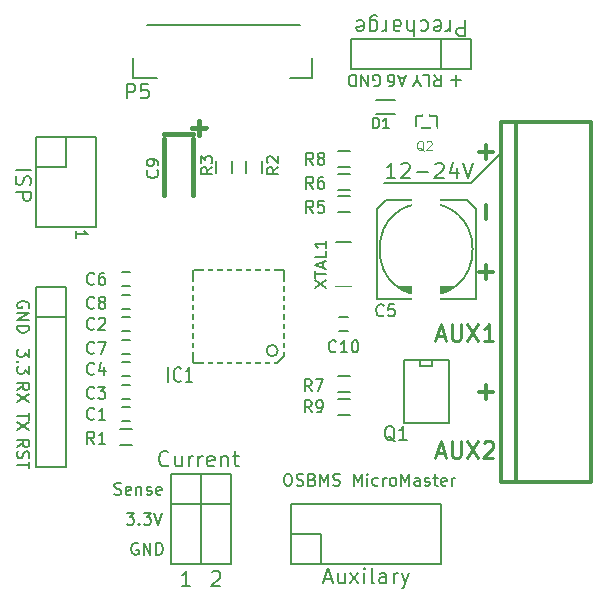
<source format=gbr>
G04 #@! TF.FileFunction,Legend,Top*
%FSLAX46Y46*%
G04 Gerber Fmt 4.6, Leading zero omitted, Abs format (unit mm)*
G04 Created by KiCad (PCBNEW (2014-11-27 BZR 5304)-product) date 12/4/2014 11:40:45 PM*
%MOMM*%
G01*
G04 APERTURE LIST*
%ADD10C,0.100000*%
%ADD11C,0.150000*%
%ADD12C,0.200000*%
%ADD13C,0.280000*%
%ADD14C,0.300000*%
%ADD15C,0.127000*%
%ADD16C,0.381000*%
%ADD17C,0.304800*%
%ADD18C,0.203200*%
%ADD19C,0.152400*%
%ADD20C,0.140000*%
%ADD21C,0.099060*%
%ADD22R,0.800000X0.750000*%
%ADD23R,2.400300X3.500120*%
%ADD24R,1.501140X1.950720*%
%ADD25R,2.032000X1.727200*%
%ADD26O,2.032000X1.727200*%
%ADD27R,1.727200X1.727200*%
%ADD28O,1.727200X1.727200*%
%ADD29R,1.727200X2.032000*%
%ADD30O,1.727200X2.032000*%
%ADD31R,1.399540X0.599440*%
%ADD32R,0.500000X0.900000*%
%ADD33R,0.900000X0.500000*%
%ADD34C,3.810000*%
%ADD35R,3.810000X3.810000*%
%ADD36R,0.600000X0.700000*%
%ADD37O,1.905000X0.450000*%
%ADD38R,1.998980X0.449580*%
%ADD39R,0.449580X1.998980*%
%ADD40R,0.700000X1.700000*%
%ADD41R,1.000000X2.600000*%
%ADD42R,0.599440X1.000760*%
G04 APERTURE END LIST*
D10*
D11*
X49181618Y-167600381D02*
X49372095Y-167600381D01*
X49467333Y-167648000D01*
X49562571Y-167743238D01*
X49610190Y-167933714D01*
X49610190Y-168267048D01*
X49562571Y-168457524D01*
X49467333Y-168552762D01*
X49372095Y-168600381D01*
X49181618Y-168600381D01*
X49086380Y-168552762D01*
X48991142Y-168457524D01*
X48943523Y-168267048D01*
X48943523Y-167933714D01*
X48991142Y-167743238D01*
X49086380Y-167648000D01*
X49181618Y-167600381D01*
X49991142Y-168552762D02*
X50133999Y-168600381D01*
X50372095Y-168600381D01*
X50467333Y-168552762D01*
X50514952Y-168505143D01*
X50562571Y-168409905D01*
X50562571Y-168314667D01*
X50514952Y-168219429D01*
X50467333Y-168171810D01*
X50372095Y-168124190D01*
X50181618Y-168076571D01*
X50086380Y-168028952D01*
X50038761Y-167981333D01*
X49991142Y-167886095D01*
X49991142Y-167790857D01*
X50038761Y-167695619D01*
X50086380Y-167648000D01*
X50181618Y-167600381D01*
X50419714Y-167600381D01*
X50562571Y-167648000D01*
X51324476Y-168076571D02*
X51467333Y-168124190D01*
X51514952Y-168171810D01*
X51562571Y-168267048D01*
X51562571Y-168409905D01*
X51514952Y-168505143D01*
X51467333Y-168552762D01*
X51372095Y-168600381D01*
X50991142Y-168600381D01*
X50991142Y-167600381D01*
X51324476Y-167600381D01*
X51419714Y-167648000D01*
X51467333Y-167695619D01*
X51514952Y-167790857D01*
X51514952Y-167886095D01*
X51467333Y-167981333D01*
X51419714Y-168028952D01*
X51324476Y-168076571D01*
X50991142Y-168076571D01*
X51991142Y-168600381D02*
X51991142Y-167600381D01*
X52324476Y-168314667D01*
X52657809Y-167600381D01*
X52657809Y-168600381D01*
X53086380Y-168552762D02*
X53229237Y-168600381D01*
X53467333Y-168600381D01*
X53562571Y-168552762D01*
X53610190Y-168505143D01*
X53657809Y-168409905D01*
X53657809Y-168314667D01*
X53610190Y-168219429D01*
X53562571Y-168171810D01*
X53467333Y-168124190D01*
X53276856Y-168076571D01*
X53181618Y-168028952D01*
X53133999Y-167981333D01*
X53086380Y-167886095D01*
X53086380Y-167790857D01*
X53133999Y-167695619D01*
X53181618Y-167648000D01*
X53276856Y-167600381D01*
X53514952Y-167600381D01*
X53657809Y-167648000D01*
X54848285Y-168600381D02*
X54848285Y-167600381D01*
X55181619Y-168314667D01*
X55514952Y-167600381D01*
X55514952Y-168600381D01*
X55991142Y-168600381D02*
X55991142Y-167933714D01*
X55991142Y-167600381D02*
X55943523Y-167648000D01*
X55991142Y-167695619D01*
X56038761Y-167648000D01*
X55991142Y-167600381D01*
X55991142Y-167695619D01*
X56895904Y-168552762D02*
X56800666Y-168600381D01*
X56610189Y-168600381D01*
X56514951Y-168552762D01*
X56467332Y-168505143D01*
X56419713Y-168409905D01*
X56419713Y-168124190D01*
X56467332Y-168028952D01*
X56514951Y-167981333D01*
X56610189Y-167933714D01*
X56800666Y-167933714D01*
X56895904Y-167981333D01*
X57324475Y-168600381D02*
X57324475Y-167933714D01*
X57324475Y-168124190D02*
X57372094Y-168028952D01*
X57419713Y-167981333D01*
X57514951Y-167933714D01*
X57610190Y-167933714D01*
X58086380Y-168600381D02*
X57991142Y-168552762D01*
X57943523Y-168505143D01*
X57895904Y-168409905D01*
X57895904Y-168124190D01*
X57943523Y-168028952D01*
X57991142Y-167981333D01*
X58086380Y-167933714D01*
X58229238Y-167933714D01*
X58324476Y-167981333D01*
X58372095Y-168028952D01*
X58419714Y-168124190D01*
X58419714Y-168409905D01*
X58372095Y-168505143D01*
X58324476Y-168552762D01*
X58229238Y-168600381D01*
X58086380Y-168600381D01*
X58848285Y-168600381D02*
X58848285Y-167600381D01*
X59181619Y-168314667D01*
X59514952Y-167600381D01*
X59514952Y-168600381D01*
X60419714Y-168600381D02*
X60419714Y-168076571D01*
X60372095Y-167981333D01*
X60276857Y-167933714D01*
X60086380Y-167933714D01*
X59991142Y-167981333D01*
X60419714Y-168552762D02*
X60324476Y-168600381D01*
X60086380Y-168600381D01*
X59991142Y-168552762D01*
X59943523Y-168457524D01*
X59943523Y-168362286D01*
X59991142Y-168267048D01*
X60086380Y-168219429D01*
X60324476Y-168219429D01*
X60419714Y-168171810D01*
X60848285Y-168552762D02*
X60943523Y-168600381D01*
X61133999Y-168600381D01*
X61229238Y-168552762D01*
X61276857Y-168457524D01*
X61276857Y-168409905D01*
X61229238Y-168314667D01*
X61133999Y-168267048D01*
X60991142Y-168267048D01*
X60895904Y-168219429D01*
X60848285Y-168124190D01*
X60848285Y-168076571D01*
X60895904Y-167981333D01*
X60991142Y-167933714D01*
X61133999Y-167933714D01*
X61229238Y-167981333D01*
X61562571Y-167933714D02*
X61943523Y-167933714D01*
X61705428Y-167600381D02*
X61705428Y-168457524D01*
X61753047Y-168552762D01*
X61848285Y-168600381D01*
X61943523Y-168600381D01*
X62657810Y-168552762D02*
X62562572Y-168600381D01*
X62372095Y-168600381D01*
X62276857Y-168552762D01*
X62229238Y-168457524D01*
X62229238Y-168076571D01*
X62276857Y-167981333D01*
X62372095Y-167933714D01*
X62562572Y-167933714D01*
X62657810Y-167981333D01*
X62705429Y-168076571D01*
X62705429Y-168171810D01*
X62229238Y-168267048D01*
X63134000Y-168600381D02*
X63134000Y-167933714D01*
X63134000Y-168124190D02*
X63181619Y-168028952D01*
X63229238Y-167981333D01*
X63324476Y-167933714D01*
X63419715Y-167933714D01*
D12*
X31297619Y-147605715D02*
X31297619Y-147034286D01*
X31297619Y-147320000D02*
X32297619Y-147320000D01*
X32154762Y-147224762D01*
X32059524Y-147129524D01*
X32011905Y-147034286D01*
D11*
X64770000Y-143002000D02*
X57404000Y-143002000D01*
X67310000Y-140462000D02*
X64770000Y-143002000D01*
D12*
X58366381Y-142574095D02*
X57623524Y-142574095D01*
X57994953Y-142574095D02*
X57994953Y-141274095D01*
X57871143Y-141459810D01*
X57747334Y-141583619D01*
X57623524Y-141645524D01*
X58861619Y-141397905D02*
X58923524Y-141336000D01*
X59047333Y-141274095D01*
X59356857Y-141274095D01*
X59480667Y-141336000D01*
X59542571Y-141397905D01*
X59604476Y-141521714D01*
X59604476Y-141645524D01*
X59542571Y-141831238D01*
X58799714Y-142574095D01*
X59604476Y-142574095D01*
X60161619Y-142078857D02*
X61152095Y-142078857D01*
X61709238Y-141397905D02*
X61771143Y-141336000D01*
X61894952Y-141274095D01*
X62204476Y-141274095D01*
X62328286Y-141336000D01*
X62390190Y-141397905D01*
X62452095Y-141521714D01*
X62452095Y-141645524D01*
X62390190Y-141831238D01*
X61647333Y-142574095D01*
X62452095Y-142574095D01*
X63566381Y-141707429D02*
X63566381Y-142574095D01*
X63256857Y-141212190D02*
X62947333Y-142140762D01*
X63752095Y-142140762D01*
X64061619Y-141274095D02*
X64494952Y-142574095D01*
X64928285Y-141274095D01*
D13*
X61862001Y-155935333D02*
X62528667Y-155935333D01*
X61728667Y-156335333D02*
X62195334Y-154935333D01*
X62662001Y-156335333D01*
X63128667Y-154935333D02*
X63128667Y-156068667D01*
X63195334Y-156202000D01*
X63262001Y-156268667D01*
X63395334Y-156335333D01*
X63662001Y-156335333D01*
X63795334Y-156268667D01*
X63862001Y-156202000D01*
X63928667Y-156068667D01*
X63928667Y-154935333D01*
X64462001Y-154935333D02*
X65395334Y-156335333D01*
X65395334Y-154935333D02*
X64462001Y-156335333D01*
X66662001Y-156335333D02*
X65862001Y-156335333D01*
X66262001Y-156335333D02*
X66262001Y-154935333D01*
X66128667Y-155135333D01*
X65995334Y-155268667D01*
X65862001Y-155335333D01*
X61862001Y-165841333D02*
X62528667Y-165841333D01*
X61728667Y-166241333D02*
X62195334Y-164841333D01*
X62662001Y-166241333D01*
X63128667Y-164841333D02*
X63128667Y-165974667D01*
X63195334Y-166108000D01*
X63262001Y-166174667D01*
X63395334Y-166241333D01*
X63662001Y-166241333D01*
X63795334Y-166174667D01*
X63862001Y-166108000D01*
X63928667Y-165974667D01*
X63928667Y-164841333D01*
X64462001Y-164841333D02*
X65395334Y-166241333D01*
X65395334Y-164841333D02*
X64462001Y-166241333D01*
X65862001Y-164974667D02*
X65928667Y-164908000D01*
X66062001Y-164841333D01*
X66395334Y-164841333D01*
X66528667Y-164908000D01*
X66595334Y-164974667D01*
X66662001Y-165108000D01*
X66662001Y-165241333D01*
X66595334Y-165441333D01*
X65795334Y-166241333D01*
X66662001Y-166241333D01*
D14*
X66027190Y-146024524D02*
X66027190Y-144805476D01*
X65430476Y-160642286D02*
X66649524Y-160642286D01*
X66040000Y-161251810D02*
X66040000Y-160032762D01*
X65430476Y-150482286D02*
X66649524Y-150482286D01*
X66040000Y-151091810D02*
X66040000Y-149872762D01*
X65430476Y-140322286D02*
X66649524Y-140322286D01*
X66040000Y-140931810D02*
X66040000Y-139712762D01*
D12*
X63957143Y-134280286D02*
X63042857Y-134280286D01*
X63500000Y-133823143D02*
X63500000Y-134737429D01*
D11*
X61610809Y-133786619D02*
X61944143Y-134262810D01*
X62182238Y-133786619D02*
X62182238Y-134786619D01*
X61801285Y-134786619D01*
X61706047Y-134739000D01*
X61658428Y-134691381D01*
X61610809Y-134596143D01*
X61610809Y-134453286D01*
X61658428Y-134358048D01*
X61706047Y-134310429D01*
X61801285Y-134262810D01*
X62182238Y-134262810D01*
X60706047Y-133786619D02*
X61182238Y-133786619D01*
X61182238Y-134786619D01*
X60182238Y-134262810D02*
X60182238Y-133786619D01*
X60515571Y-134786619D02*
X60182238Y-134262810D01*
X59848904Y-134786619D01*
X59134286Y-134072333D02*
X58658095Y-134072333D01*
X59229524Y-133786619D02*
X58896191Y-134786619D01*
X58562857Y-133786619D01*
X57800952Y-134786619D02*
X57991429Y-134786619D01*
X58086667Y-134739000D01*
X58134286Y-134691381D01*
X58229524Y-134548524D01*
X58277143Y-134358048D01*
X58277143Y-133977095D01*
X58229524Y-133881857D01*
X58181905Y-133834238D01*
X58086667Y-133786619D01*
X57896190Y-133786619D01*
X57800952Y-133834238D01*
X57753333Y-133881857D01*
X57705714Y-133977095D01*
X57705714Y-134215190D01*
X57753333Y-134310429D01*
X57800952Y-134358048D01*
X57896190Y-134405667D01*
X58086667Y-134405667D01*
X58181905Y-134358048D01*
X58229524Y-134310429D01*
X58277143Y-134215190D01*
X56514904Y-134739000D02*
X56610142Y-134786619D01*
X56752999Y-134786619D01*
X56895857Y-134739000D01*
X56991095Y-134643762D01*
X57038714Y-134548524D01*
X57086333Y-134358048D01*
X57086333Y-134215190D01*
X57038714Y-134024714D01*
X56991095Y-133929476D01*
X56895857Y-133834238D01*
X56752999Y-133786619D01*
X56657761Y-133786619D01*
X56514904Y-133834238D01*
X56467285Y-133881857D01*
X56467285Y-134215190D01*
X56657761Y-134215190D01*
X56038714Y-133786619D02*
X56038714Y-134786619D01*
X55467285Y-133786619D01*
X55467285Y-134786619D01*
X54991095Y-133786619D02*
X54991095Y-134786619D01*
X54753000Y-134786619D01*
X54610142Y-134739000D01*
X54514904Y-134643762D01*
X54467285Y-134548524D01*
X54419666Y-134358048D01*
X54419666Y-134215190D01*
X54467285Y-134024714D01*
X54514904Y-133929476D01*
X54610142Y-133834238D01*
X54753000Y-133786619D01*
X54991095Y-133786619D01*
D12*
X26208905Y-141859953D02*
X27508905Y-141859953D01*
X26270810Y-142417096D02*
X26208905Y-142602810D01*
X26208905Y-142912334D01*
X26270810Y-143036144D01*
X26332714Y-143098048D01*
X26456524Y-143159953D01*
X26580333Y-143159953D01*
X26704143Y-143098048D01*
X26766048Y-143036144D01*
X26827952Y-142912334D01*
X26889857Y-142664715D01*
X26951762Y-142540906D01*
X27013667Y-142479001D01*
X27137476Y-142417096D01*
X27261286Y-142417096D01*
X27385095Y-142479001D01*
X27447000Y-142540906D01*
X27508905Y-142664715D01*
X27508905Y-142974239D01*
X27447000Y-143159953D01*
X26208905Y-143717096D02*
X27508905Y-143717096D01*
X27508905Y-144212334D01*
X27447000Y-144336143D01*
X27385095Y-144398048D01*
X27261286Y-144459953D01*
X27075571Y-144459953D01*
X26951762Y-144398048D01*
X26889857Y-144336143D01*
X26827952Y-144212334D01*
X26827952Y-143717096D01*
D11*
X26344619Y-165314381D02*
X26820810Y-164981047D01*
X26344619Y-164742952D02*
X27344619Y-164742952D01*
X27344619Y-165123905D01*
X27297000Y-165219143D01*
X27249381Y-165266762D01*
X27154143Y-165314381D01*
X27011286Y-165314381D01*
X26916048Y-165266762D01*
X26868429Y-165219143D01*
X26820810Y-165123905D01*
X26820810Y-164742952D01*
X26392238Y-165695333D02*
X26344619Y-165838190D01*
X26344619Y-166076286D01*
X26392238Y-166171524D01*
X26439857Y-166219143D01*
X26535095Y-166266762D01*
X26630333Y-166266762D01*
X26725571Y-166219143D01*
X26773190Y-166171524D01*
X26820810Y-166076286D01*
X26868429Y-165885809D01*
X26916048Y-165790571D01*
X26963667Y-165742952D01*
X27058905Y-165695333D01*
X27154143Y-165695333D01*
X27249381Y-165742952D01*
X27297000Y-165790571D01*
X27344619Y-165885809D01*
X27344619Y-166123905D01*
X27297000Y-166266762D01*
X27344619Y-166552476D02*
X27344619Y-167123905D01*
X26344619Y-166838190D02*
X27344619Y-166838190D01*
X27297000Y-153543096D02*
X27344619Y-153447858D01*
X27344619Y-153305001D01*
X27297000Y-153162143D01*
X27201762Y-153066905D01*
X27106524Y-153019286D01*
X26916048Y-152971667D01*
X26773190Y-152971667D01*
X26582714Y-153019286D01*
X26487476Y-153066905D01*
X26392238Y-153162143D01*
X26344619Y-153305001D01*
X26344619Y-153400239D01*
X26392238Y-153543096D01*
X26439857Y-153590715D01*
X26773190Y-153590715D01*
X26773190Y-153400239D01*
X26344619Y-154019286D02*
X27344619Y-154019286D01*
X26344619Y-154590715D01*
X27344619Y-154590715D01*
X26344619Y-155066905D02*
X27344619Y-155066905D01*
X27344619Y-155305000D01*
X27297000Y-155447858D01*
X27201762Y-155543096D01*
X27106524Y-155590715D01*
X26916048Y-155638334D01*
X26773190Y-155638334D01*
X26582714Y-155590715D01*
X26487476Y-155543096D01*
X26392238Y-155447858D01*
X26344619Y-155305000D01*
X26344619Y-155066905D01*
X27344619Y-157067381D02*
X27344619Y-157686429D01*
X26963667Y-157353095D01*
X26963667Y-157495953D01*
X26916048Y-157591191D01*
X26868429Y-157638810D01*
X26773190Y-157686429D01*
X26535095Y-157686429D01*
X26439857Y-157638810D01*
X26392238Y-157591191D01*
X26344619Y-157495953D01*
X26344619Y-157210238D01*
X26392238Y-157115000D01*
X26439857Y-157067381D01*
X26439857Y-158115000D02*
X26392238Y-158162619D01*
X26344619Y-158115000D01*
X26392238Y-158067381D01*
X26439857Y-158115000D01*
X26344619Y-158115000D01*
X27344619Y-158495952D02*
X27344619Y-159115000D01*
X26963667Y-158781666D01*
X26963667Y-158924524D01*
X26916048Y-159019762D01*
X26868429Y-159067381D01*
X26773190Y-159115000D01*
X26535095Y-159115000D01*
X26439857Y-159067381D01*
X26392238Y-159019762D01*
X26344619Y-158924524D01*
X26344619Y-158638809D01*
X26392238Y-158543571D01*
X26439857Y-158495952D01*
X26344619Y-160488334D02*
X26820810Y-160155000D01*
X26344619Y-159916905D02*
X27344619Y-159916905D01*
X27344619Y-160297858D01*
X27297000Y-160393096D01*
X27249381Y-160440715D01*
X27154143Y-160488334D01*
X27011286Y-160488334D01*
X26916048Y-160440715D01*
X26868429Y-160393096D01*
X26820810Y-160297858D01*
X26820810Y-159916905D01*
X27344619Y-160821667D02*
X26344619Y-161488334D01*
X27344619Y-161488334D02*
X26344619Y-160821667D01*
X27344619Y-162433095D02*
X27344619Y-163004524D01*
X26344619Y-162718809D02*
X27344619Y-162718809D01*
X27344619Y-163242619D02*
X26344619Y-163909286D01*
X27344619Y-163909286D02*
X26344619Y-163242619D01*
X34576000Y-169314762D02*
X34718857Y-169362381D01*
X34956953Y-169362381D01*
X35052191Y-169314762D01*
X35099810Y-169267143D01*
X35147429Y-169171905D01*
X35147429Y-169076667D01*
X35099810Y-168981429D01*
X35052191Y-168933810D01*
X34956953Y-168886190D01*
X34766476Y-168838571D01*
X34671238Y-168790952D01*
X34623619Y-168743333D01*
X34576000Y-168648095D01*
X34576000Y-168552857D01*
X34623619Y-168457619D01*
X34671238Y-168410000D01*
X34766476Y-168362381D01*
X35004572Y-168362381D01*
X35147429Y-168410000D01*
X35956953Y-169314762D02*
X35861715Y-169362381D01*
X35671238Y-169362381D01*
X35576000Y-169314762D01*
X35528381Y-169219524D01*
X35528381Y-168838571D01*
X35576000Y-168743333D01*
X35671238Y-168695714D01*
X35861715Y-168695714D01*
X35956953Y-168743333D01*
X36004572Y-168838571D01*
X36004572Y-168933810D01*
X35528381Y-169029048D01*
X36433143Y-168695714D02*
X36433143Y-169362381D01*
X36433143Y-168790952D02*
X36480762Y-168743333D01*
X36576000Y-168695714D01*
X36718858Y-168695714D01*
X36814096Y-168743333D01*
X36861715Y-168838571D01*
X36861715Y-169362381D01*
X37290286Y-169314762D02*
X37385524Y-169362381D01*
X37576000Y-169362381D01*
X37671239Y-169314762D01*
X37718858Y-169219524D01*
X37718858Y-169171905D01*
X37671239Y-169076667D01*
X37576000Y-169029048D01*
X37433143Y-169029048D01*
X37337905Y-168981429D01*
X37290286Y-168886190D01*
X37290286Y-168838571D01*
X37337905Y-168743333D01*
X37433143Y-168695714D01*
X37576000Y-168695714D01*
X37671239Y-168743333D01*
X38528382Y-169314762D02*
X38433144Y-169362381D01*
X38242667Y-169362381D01*
X38147429Y-169314762D01*
X38099810Y-169219524D01*
X38099810Y-168838571D01*
X38147429Y-168743333D01*
X38242667Y-168695714D01*
X38433144Y-168695714D01*
X38528382Y-168743333D01*
X38576001Y-168838571D01*
X38576001Y-168933810D01*
X38099810Y-169029048D01*
X35607810Y-170902381D02*
X36226858Y-170902381D01*
X35893524Y-171283333D01*
X36036382Y-171283333D01*
X36131620Y-171330952D01*
X36179239Y-171378571D01*
X36226858Y-171473810D01*
X36226858Y-171711905D01*
X36179239Y-171807143D01*
X36131620Y-171854762D01*
X36036382Y-171902381D01*
X35750667Y-171902381D01*
X35655429Y-171854762D01*
X35607810Y-171807143D01*
X36655429Y-171807143D02*
X36703048Y-171854762D01*
X36655429Y-171902381D01*
X36607810Y-171854762D01*
X36655429Y-171807143D01*
X36655429Y-171902381D01*
X37036381Y-170902381D02*
X37655429Y-170902381D01*
X37322095Y-171283333D01*
X37464953Y-171283333D01*
X37560191Y-171330952D01*
X37607810Y-171378571D01*
X37655429Y-171473810D01*
X37655429Y-171711905D01*
X37607810Y-171807143D01*
X37560191Y-171854762D01*
X37464953Y-171902381D01*
X37179238Y-171902381D01*
X37084000Y-171854762D01*
X37036381Y-171807143D01*
X37941143Y-170902381D02*
X38274476Y-171902381D01*
X38607810Y-170902381D01*
X36576096Y-173490000D02*
X36480858Y-173442381D01*
X36338001Y-173442381D01*
X36195143Y-173490000D01*
X36099905Y-173585238D01*
X36052286Y-173680476D01*
X36004667Y-173870952D01*
X36004667Y-174013810D01*
X36052286Y-174204286D01*
X36099905Y-174299524D01*
X36195143Y-174394762D01*
X36338001Y-174442381D01*
X36433239Y-174442381D01*
X36576096Y-174394762D01*
X36623715Y-174347143D01*
X36623715Y-174013810D01*
X36433239Y-174013810D01*
X37052286Y-174442381D02*
X37052286Y-173442381D01*
X37623715Y-174442381D01*
X37623715Y-173442381D01*
X38099905Y-174442381D02*
X38099905Y-173442381D01*
X38338000Y-173442381D01*
X38480858Y-173490000D01*
X38576096Y-173585238D01*
X38623715Y-173680476D01*
X38671334Y-173870952D01*
X38671334Y-174013810D01*
X38623715Y-174204286D01*
X38576096Y-174299524D01*
X38480858Y-174394762D01*
X38338000Y-174442381D01*
X38099905Y-174442381D01*
D12*
X42808572Y-175941905D02*
X42870477Y-175880000D01*
X42994286Y-175818095D01*
X43303810Y-175818095D01*
X43427620Y-175880000D01*
X43489524Y-175941905D01*
X43551429Y-176065714D01*
X43551429Y-176189524D01*
X43489524Y-176375238D01*
X42746667Y-177118095D01*
X43551429Y-177118095D01*
X41011429Y-177118095D02*
X40268572Y-177118095D01*
X40640001Y-177118095D02*
X40640001Y-175818095D01*
X40516191Y-176003810D01*
X40392382Y-176127619D01*
X40268572Y-176189524D01*
X39148858Y-166834286D02*
X39086953Y-166896190D01*
X38901239Y-166958095D01*
X38777429Y-166958095D01*
X38591715Y-166896190D01*
X38467906Y-166772381D01*
X38406001Y-166648571D01*
X38344096Y-166400952D01*
X38344096Y-166215238D01*
X38406001Y-165967619D01*
X38467906Y-165843810D01*
X38591715Y-165720000D01*
X38777429Y-165658095D01*
X38901239Y-165658095D01*
X39086953Y-165720000D01*
X39148858Y-165781905D01*
X40263144Y-166091429D02*
X40263144Y-166958095D01*
X39706001Y-166091429D02*
X39706001Y-166772381D01*
X39767906Y-166896190D01*
X39891715Y-166958095D01*
X40077429Y-166958095D01*
X40201239Y-166896190D01*
X40263144Y-166834286D01*
X40882191Y-166958095D02*
X40882191Y-166091429D01*
X40882191Y-166339048D02*
X40944096Y-166215238D01*
X41006000Y-166153333D01*
X41129810Y-166091429D01*
X41253619Y-166091429D01*
X41686953Y-166958095D02*
X41686953Y-166091429D01*
X41686953Y-166339048D02*
X41748858Y-166215238D01*
X41810762Y-166153333D01*
X41934572Y-166091429D01*
X42058381Y-166091429D01*
X42986953Y-166896190D02*
X42863143Y-166958095D01*
X42615524Y-166958095D01*
X42491715Y-166896190D01*
X42429810Y-166772381D01*
X42429810Y-166277143D01*
X42491715Y-166153333D01*
X42615524Y-166091429D01*
X42863143Y-166091429D01*
X42986953Y-166153333D01*
X43048858Y-166277143D01*
X43048858Y-166400952D01*
X42429810Y-166524762D01*
X43606001Y-166091429D02*
X43606001Y-166958095D01*
X43606001Y-166215238D02*
X43667906Y-166153333D01*
X43791715Y-166091429D01*
X43977429Y-166091429D01*
X44101239Y-166153333D01*
X44163144Y-166277143D01*
X44163144Y-166958095D01*
X44596477Y-166091429D02*
X45091715Y-166091429D01*
X44782191Y-165658095D02*
X44782191Y-166772381D01*
X44844096Y-166896190D01*
X44967905Y-166958095D01*
X45091715Y-166958095D01*
X52320477Y-176492667D02*
X52939525Y-176492667D01*
X52196668Y-176864095D02*
X52630001Y-175564095D01*
X53063334Y-176864095D01*
X54053811Y-175997429D02*
X54053811Y-176864095D01*
X53496668Y-175997429D02*
X53496668Y-176678381D01*
X53558573Y-176802190D01*
X53682382Y-176864095D01*
X53868096Y-176864095D01*
X53991906Y-176802190D01*
X54053811Y-176740286D01*
X54549048Y-176864095D02*
X55230001Y-175997429D01*
X54549048Y-175997429D02*
X55230001Y-176864095D01*
X55725239Y-176864095D02*
X55725239Y-175997429D01*
X55725239Y-175564095D02*
X55663334Y-175626000D01*
X55725239Y-175687905D01*
X55787144Y-175626000D01*
X55725239Y-175564095D01*
X55725239Y-175687905D01*
X56530001Y-176864095D02*
X56406192Y-176802190D01*
X56344287Y-176678381D01*
X56344287Y-175564095D01*
X57582382Y-176864095D02*
X57582382Y-176183143D01*
X57520477Y-176059333D01*
X57396667Y-175997429D01*
X57149048Y-175997429D01*
X57025239Y-176059333D01*
X57582382Y-176802190D02*
X57458572Y-176864095D01*
X57149048Y-176864095D01*
X57025239Y-176802190D01*
X56963334Y-176678381D01*
X56963334Y-176554571D01*
X57025239Y-176430762D01*
X57149048Y-176368857D01*
X57458572Y-176368857D01*
X57582382Y-176306952D01*
X58201429Y-176864095D02*
X58201429Y-175997429D01*
X58201429Y-176245048D02*
X58263334Y-176121238D01*
X58325238Y-176059333D01*
X58449048Y-175997429D01*
X58572857Y-175997429D01*
X58882381Y-175997429D02*
X59191905Y-176864095D01*
X59501429Y-175997429D02*
X59191905Y-176864095D01*
X59068096Y-177173619D01*
X59006191Y-177235524D01*
X58882381Y-177297429D01*
X64270952Y-129205905D02*
X64270952Y-130505905D01*
X63775714Y-130505905D01*
X63651905Y-130444000D01*
X63590000Y-130382095D01*
X63528095Y-130258286D01*
X63528095Y-130072571D01*
X63590000Y-129948762D01*
X63651905Y-129886857D01*
X63775714Y-129824952D01*
X64270952Y-129824952D01*
X62970952Y-129205905D02*
X62970952Y-130072571D01*
X62970952Y-129824952D02*
X62909047Y-129948762D01*
X62847143Y-130010667D01*
X62723333Y-130072571D01*
X62599524Y-130072571D01*
X61670952Y-129267810D02*
X61794762Y-129205905D01*
X62042381Y-129205905D01*
X62166190Y-129267810D01*
X62228095Y-129391619D01*
X62228095Y-129886857D01*
X62166190Y-130010667D01*
X62042381Y-130072571D01*
X61794762Y-130072571D01*
X61670952Y-130010667D01*
X61609047Y-129886857D01*
X61609047Y-129763048D01*
X62228095Y-129639238D01*
X60494761Y-129267810D02*
X60618571Y-129205905D01*
X60866190Y-129205905D01*
X60989999Y-129267810D01*
X61051904Y-129329714D01*
X61113809Y-129453524D01*
X61113809Y-129824952D01*
X61051904Y-129948762D01*
X60989999Y-130010667D01*
X60866190Y-130072571D01*
X60618571Y-130072571D01*
X60494761Y-130010667D01*
X59937618Y-129205905D02*
X59937618Y-130505905D01*
X59380475Y-129205905D02*
X59380475Y-129886857D01*
X59442380Y-130010667D01*
X59566190Y-130072571D01*
X59751904Y-130072571D01*
X59875713Y-130010667D01*
X59937618Y-129948762D01*
X58204285Y-129205905D02*
X58204285Y-129886857D01*
X58266190Y-130010667D01*
X58390000Y-130072571D01*
X58637619Y-130072571D01*
X58761428Y-130010667D01*
X58204285Y-129267810D02*
X58328095Y-129205905D01*
X58637619Y-129205905D01*
X58761428Y-129267810D01*
X58823333Y-129391619D01*
X58823333Y-129515429D01*
X58761428Y-129639238D01*
X58637619Y-129701143D01*
X58328095Y-129701143D01*
X58204285Y-129763048D01*
X57585238Y-129205905D02*
X57585238Y-130072571D01*
X57585238Y-129824952D02*
X57523333Y-129948762D01*
X57461429Y-130010667D01*
X57337619Y-130072571D01*
X57213810Y-130072571D01*
X56223333Y-130072571D02*
X56223333Y-129020190D01*
X56285238Y-128896381D01*
X56347143Y-128834476D01*
X56470952Y-128772571D01*
X56656667Y-128772571D01*
X56780476Y-128834476D01*
X56223333Y-129267810D02*
X56347143Y-129205905D01*
X56594762Y-129205905D01*
X56718571Y-129267810D01*
X56780476Y-129329714D01*
X56842381Y-129453524D01*
X56842381Y-129824952D01*
X56780476Y-129948762D01*
X56718571Y-130010667D01*
X56594762Y-130072571D01*
X56347143Y-130072571D01*
X56223333Y-130010667D01*
X55109048Y-129267810D02*
X55232858Y-129205905D01*
X55480477Y-129205905D01*
X55604286Y-129267810D01*
X55666191Y-129391619D01*
X55666191Y-129886857D01*
X55604286Y-130010667D01*
X55480477Y-130072571D01*
X55232858Y-130072571D01*
X55109048Y-130010667D01*
X55047143Y-129886857D01*
X55047143Y-129763048D01*
X55666191Y-129639238D01*
D11*
X35210000Y-161960000D02*
X35910000Y-161960000D01*
X35910000Y-163160000D02*
X35210000Y-163160000D01*
X35210000Y-154340000D02*
X35910000Y-154340000D01*
X35910000Y-155540000D02*
X35210000Y-155540000D01*
X35210000Y-160055000D02*
X35910000Y-160055000D01*
X35910000Y-161255000D02*
X35210000Y-161255000D01*
X35210000Y-158150000D02*
X35910000Y-158150000D01*
X35910000Y-159350000D02*
X35210000Y-159350000D01*
D15*
X59944000Y-152400000D02*
X61976000Y-152400000D01*
X62357000Y-152273000D02*
X59563000Y-152273000D01*
X59309000Y-152146000D02*
X62611000Y-152146000D01*
X62865000Y-152019000D02*
X59055000Y-152019000D01*
X62992000Y-151892000D02*
X58928000Y-151892000D01*
X58674000Y-151765000D02*
X63246000Y-151765000D01*
X64897000Y-148590000D02*
G75*
G03X64897000Y-148590000I-3937000J0D01*
G01*
X56769000Y-152781000D02*
X65151000Y-152781000D01*
X65151000Y-152781000D02*
X65151000Y-145161000D01*
X65151000Y-145161000D02*
X64389000Y-144399000D01*
X64389000Y-144399000D02*
X57531000Y-144399000D01*
X57531000Y-144399000D02*
X56769000Y-145161000D01*
X56769000Y-145161000D02*
X56769000Y-152781000D01*
X60960000Y-144907000D02*
X60960000Y-145669000D01*
X60579000Y-145288000D02*
X61341000Y-145288000D01*
D11*
X35210000Y-150530000D02*
X35910000Y-150530000D01*
X35910000Y-151730000D02*
X35210000Y-151730000D01*
X35210000Y-156245000D02*
X35910000Y-156245000D01*
X35910000Y-157445000D02*
X35210000Y-157445000D01*
X35210000Y-152435000D02*
X35910000Y-152435000D01*
X35910000Y-153635000D02*
X35210000Y-153635000D01*
D16*
X41203880Y-143205200D02*
X41203880Y-144005300D01*
X41203880Y-140004800D02*
X41203880Y-139204700D01*
X38806120Y-140004800D02*
X38806120Y-139204700D01*
X38806120Y-143205200D02*
X38806120Y-144005300D01*
X42204640Y-138305540D02*
X41104820Y-138305540D01*
X41704260Y-137706100D02*
X41704260Y-138904980D01*
X41203880Y-138805920D02*
X38806120Y-138805920D01*
X41203880Y-143205200D02*
X41203880Y-140004800D01*
X38806120Y-143205200D02*
X38806120Y-140004800D01*
D11*
X53625000Y-154340000D02*
X54325000Y-154340000D01*
X54325000Y-155540000D02*
X53625000Y-155540000D01*
X30480000Y-154305000D02*
X30480000Y-167005000D01*
X30480000Y-167005000D02*
X27940000Y-167005000D01*
X27940000Y-167005000D02*
X27940000Y-154305000D01*
X30480000Y-151765000D02*
X30480000Y-154305000D01*
X30480000Y-154305000D02*
X27940000Y-154305000D01*
X30480000Y-151765000D02*
X27940000Y-151765000D01*
X27940000Y-151765000D02*
X27940000Y-154305000D01*
X30480000Y-139065000D02*
X30480000Y-141605000D01*
X30480000Y-141605000D02*
X27940000Y-141605000D01*
X27940000Y-139065000D02*
X27940000Y-146685000D01*
X27940000Y-146685000D02*
X33020000Y-146685000D01*
X33020000Y-146685000D02*
X33020000Y-141605000D01*
X27940000Y-139065000D02*
X30480000Y-139065000D01*
X33020000Y-139065000D02*
X30480000Y-139065000D01*
X33020000Y-141605000D02*
X33020000Y-139065000D01*
X39370000Y-170180000D02*
X39370000Y-175260000D01*
X39370000Y-175260000D02*
X41910000Y-175260000D01*
X41910000Y-175260000D02*
X41910000Y-170180000D01*
X41910000Y-167640000D02*
X41910000Y-170180000D01*
X41910000Y-170180000D02*
X39370000Y-170180000D01*
X41910000Y-167640000D02*
X39370000Y-167640000D01*
X39370000Y-167640000D02*
X39370000Y-170180000D01*
X41910000Y-170180000D02*
X41910000Y-175260000D01*
X41910000Y-175260000D02*
X44450000Y-175260000D01*
X44450000Y-175260000D02*
X44450000Y-170180000D01*
X44450000Y-167640000D02*
X44450000Y-170180000D01*
X44450000Y-170180000D02*
X41910000Y-170180000D01*
X44450000Y-167640000D02*
X41910000Y-167640000D01*
X41910000Y-167640000D02*
X41910000Y-170180000D01*
X62230000Y-130810000D02*
X54610000Y-130810000D01*
X62230000Y-133350000D02*
X54610000Y-133350000D01*
X64770000Y-133350000D02*
X62230000Y-133350000D01*
X54610000Y-130810000D02*
X54610000Y-133350000D01*
X62230000Y-133350000D02*
X62230000Y-130810000D01*
X64770000Y-133350000D02*
X64770000Y-130810000D01*
X64770000Y-130810000D02*
X62230000Y-130810000D01*
D15*
X59182000Y-157988000D02*
X59055000Y-157988000D01*
X59055000Y-157988000D02*
X59055000Y-163322000D01*
X62865000Y-163322000D02*
X62865000Y-157988000D01*
X62865000Y-157988000D02*
X59182000Y-157988000D01*
X61468000Y-157988000D02*
X61468000Y-158496000D01*
X61468000Y-158496000D02*
X60452000Y-158496000D01*
X60452000Y-158496000D02*
X60452000Y-157988000D01*
X62865000Y-163322000D02*
X59055000Y-163322000D01*
D11*
X35060000Y-163790000D02*
X36060000Y-163790000D01*
X36060000Y-165140000D02*
X35060000Y-165140000D01*
X47030000Y-141105000D02*
X47030000Y-142105000D01*
X45680000Y-142105000D02*
X45680000Y-141105000D01*
X44490000Y-141105000D02*
X44490000Y-142105000D01*
X43140000Y-142105000D02*
X43140000Y-141105000D01*
X54475000Y-145455000D02*
X53475000Y-145455000D01*
X53475000Y-144105000D02*
X54475000Y-144105000D01*
X53475000Y-142200000D02*
X54475000Y-142200000D01*
X54475000Y-143550000D02*
X53475000Y-143550000D01*
X54475000Y-160695000D02*
X53475000Y-160695000D01*
X53475000Y-159345000D02*
X54475000Y-159345000D01*
X53475000Y-140295000D02*
X54475000Y-140295000D01*
X54475000Y-141645000D02*
X53475000Y-141645000D01*
X54475000Y-162600000D02*
X53475000Y-162600000D01*
X53475000Y-161250000D02*
X54475000Y-161250000D01*
D17*
X74930000Y-137795000D02*
X67310000Y-137795000D01*
X67310000Y-168275000D02*
X74930000Y-168275000D01*
X68580000Y-137795000D02*
X68580000Y-168275000D01*
X74930000Y-137795000D02*
X74930000Y-168275000D01*
X67310000Y-137795000D02*
X67310000Y-168275000D01*
D11*
X49530000Y-170180000D02*
X62230000Y-170180000D01*
X62230000Y-170180000D02*
X62230000Y-175260000D01*
X62230000Y-175260000D02*
X52070000Y-175260000D01*
X49530000Y-170180000D02*
X49530000Y-172720000D01*
X49530000Y-175260000D02*
X52070000Y-175260000D01*
X49530000Y-172720000D02*
X52070000Y-172720000D01*
X52070000Y-172720000D02*
X52070000Y-175260000D01*
X49530000Y-175260000D02*
X49530000Y-172720000D01*
X56750000Y-137125000D02*
X58300000Y-137125000D01*
X56750000Y-135925000D02*
X58300000Y-135925000D01*
D18*
X54635159Y-151731119D02*
X53335159Y-151731119D01*
X53335159Y-147981259D02*
X54635159Y-147981259D01*
D19*
X48971200Y-157581600D02*
X48971200Y-150393400D01*
X48336200Y-158191200D02*
X41275000Y-158191200D01*
X41224200Y-150368000D02*
X41224200Y-158089600D01*
X48971200Y-150368000D02*
X41351200Y-150368000D01*
X48961040Y-157607000D02*
X48376840Y-158191200D01*
X48403966Y-157165040D02*
G75*
G03X48403966Y-157165040I-479246J0D01*
G01*
D11*
X36115000Y-132410000D02*
X36115000Y-134110000D01*
X38215000Y-134110000D02*
X36115000Y-134110000D01*
X51315000Y-132410000D02*
X51315000Y-134110000D01*
X51315000Y-134110000D02*
X49415000Y-134110000D01*
X50315000Y-129560000D02*
X37315000Y-129560000D01*
X60706000Y-137287000D02*
X60071000Y-137287000D01*
X60071000Y-137287000D02*
X60071000Y-138303000D01*
X61849000Y-138303000D02*
X61849000Y-137287000D01*
X61849000Y-137287000D02*
X61214000Y-137287000D01*
X60706000Y-137160000D02*
X60706000Y-137287000D01*
X61214000Y-137287000D02*
X61214000Y-137160000D01*
X60071000Y-138303000D02*
X61849000Y-138303000D01*
X61214000Y-137160000D02*
X60706000Y-137160000D01*
X32853334Y-162917143D02*
X32805715Y-162964762D01*
X32662858Y-163012381D01*
X32567620Y-163012381D01*
X32424762Y-162964762D01*
X32329524Y-162869524D01*
X32281905Y-162774286D01*
X32234286Y-162583810D01*
X32234286Y-162440952D01*
X32281905Y-162250476D01*
X32329524Y-162155238D01*
X32424762Y-162060000D01*
X32567620Y-162012381D01*
X32662858Y-162012381D01*
X32805715Y-162060000D01*
X32853334Y-162107619D01*
X33805715Y-163012381D02*
X33234286Y-163012381D01*
X33520000Y-163012381D02*
X33520000Y-162012381D01*
X33424762Y-162155238D01*
X33329524Y-162250476D01*
X33234286Y-162298095D01*
X32853334Y-155297143D02*
X32805715Y-155344762D01*
X32662858Y-155392381D01*
X32567620Y-155392381D01*
X32424762Y-155344762D01*
X32329524Y-155249524D01*
X32281905Y-155154286D01*
X32234286Y-154963810D01*
X32234286Y-154820952D01*
X32281905Y-154630476D01*
X32329524Y-154535238D01*
X32424762Y-154440000D01*
X32567620Y-154392381D01*
X32662858Y-154392381D01*
X32805715Y-154440000D01*
X32853334Y-154487619D01*
X33234286Y-154487619D02*
X33281905Y-154440000D01*
X33377143Y-154392381D01*
X33615239Y-154392381D01*
X33710477Y-154440000D01*
X33758096Y-154487619D01*
X33805715Y-154582857D01*
X33805715Y-154678095D01*
X33758096Y-154820952D01*
X33186667Y-155392381D01*
X33805715Y-155392381D01*
X32853334Y-161139143D02*
X32805715Y-161186762D01*
X32662858Y-161234381D01*
X32567620Y-161234381D01*
X32424762Y-161186762D01*
X32329524Y-161091524D01*
X32281905Y-160996286D01*
X32234286Y-160805810D01*
X32234286Y-160662952D01*
X32281905Y-160472476D01*
X32329524Y-160377238D01*
X32424762Y-160282000D01*
X32567620Y-160234381D01*
X32662858Y-160234381D01*
X32805715Y-160282000D01*
X32853334Y-160329619D01*
X33186667Y-160234381D02*
X33805715Y-160234381D01*
X33472381Y-160615333D01*
X33615239Y-160615333D01*
X33710477Y-160662952D01*
X33758096Y-160710571D01*
X33805715Y-160805810D01*
X33805715Y-161043905D01*
X33758096Y-161139143D01*
X33710477Y-161186762D01*
X33615239Y-161234381D01*
X33329524Y-161234381D01*
X33234286Y-161186762D01*
X33186667Y-161139143D01*
X32853334Y-159107143D02*
X32805715Y-159154762D01*
X32662858Y-159202381D01*
X32567620Y-159202381D01*
X32424762Y-159154762D01*
X32329524Y-159059524D01*
X32281905Y-158964286D01*
X32234286Y-158773810D01*
X32234286Y-158630952D01*
X32281905Y-158440476D01*
X32329524Y-158345238D01*
X32424762Y-158250000D01*
X32567620Y-158202381D01*
X32662858Y-158202381D01*
X32805715Y-158250000D01*
X32853334Y-158297619D01*
X33710477Y-158535714D02*
X33710477Y-159202381D01*
X33472381Y-158154762D02*
X33234286Y-158869048D01*
X33853334Y-158869048D01*
X57364334Y-154154143D02*
X57316715Y-154201762D01*
X57173858Y-154249381D01*
X57078620Y-154249381D01*
X56935762Y-154201762D01*
X56840524Y-154106524D01*
X56792905Y-154011286D01*
X56745286Y-153820810D01*
X56745286Y-153677952D01*
X56792905Y-153487476D01*
X56840524Y-153392238D01*
X56935762Y-153297000D01*
X57078620Y-153249381D01*
X57173858Y-153249381D01*
X57316715Y-153297000D01*
X57364334Y-153344619D01*
X58269096Y-153249381D02*
X57792905Y-153249381D01*
X57745286Y-153725571D01*
X57792905Y-153677952D01*
X57888143Y-153630333D01*
X58126239Y-153630333D01*
X58221477Y-153677952D01*
X58269096Y-153725571D01*
X58316715Y-153820810D01*
X58316715Y-154058905D01*
X58269096Y-154154143D01*
X58221477Y-154201762D01*
X58126239Y-154249381D01*
X57888143Y-154249381D01*
X57792905Y-154201762D01*
X57745286Y-154154143D01*
X32853334Y-151487143D02*
X32805715Y-151534762D01*
X32662858Y-151582381D01*
X32567620Y-151582381D01*
X32424762Y-151534762D01*
X32329524Y-151439524D01*
X32281905Y-151344286D01*
X32234286Y-151153810D01*
X32234286Y-151010952D01*
X32281905Y-150820476D01*
X32329524Y-150725238D01*
X32424762Y-150630000D01*
X32567620Y-150582381D01*
X32662858Y-150582381D01*
X32805715Y-150630000D01*
X32853334Y-150677619D01*
X33710477Y-150582381D02*
X33520000Y-150582381D01*
X33424762Y-150630000D01*
X33377143Y-150677619D01*
X33281905Y-150820476D01*
X33234286Y-151010952D01*
X33234286Y-151391905D01*
X33281905Y-151487143D01*
X33329524Y-151534762D01*
X33424762Y-151582381D01*
X33615239Y-151582381D01*
X33710477Y-151534762D01*
X33758096Y-151487143D01*
X33805715Y-151391905D01*
X33805715Y-151153810D01*
X33758096Y-151058571D01*
X33710477Y-151010952D01*
X33615239Y-150963333D01*
X33424762Y-150963333D01*
X33329524Y-151010952D01*
X33281905Y-151058571D01*
X33234286Y-151153810D01*
X32853334Y-157329143D02*
X32805715Y-157376762D01*
X32662858Y-157424381D01*
X32567620Y-157424381D01*
X32424762Y-157376762D01*
X32329524Y-157281524D01*
X32281905Y-157186286D01*
X32234286Y-156995810D01*
X32234286Y-156852952D01*
X32281905Y-156662476D01*
X32329524Y-156567238D01*
X32424762Y-156472000D01*
X32567620Y-156424381D01*
X32662858Y-156424381D01*
X32805715Y-156472000D01*
X32853334Y-156519619D01*
X33186667Y-156424381D02*
X33853334Y-156424381D01*
X33424762Y-157424381D01*
X32853334Y-153519143D02*
X32805715Y-153566762D01*
X32662858Y-153614381D01*
X32567620Y-153614381D01*
X32424762Y-153566762D01*
X32329524Y-153471524D01*
X32281905Y-153376286D01*
X32234286Y-153185810D01*
X32234286Y-153042952D01*
X32281905Y-152852476D01*
X32329524Y-152757238D01*
X32424762Y-152662000D01*
X32567620Y-152614381D01*
X32662858Y-152614381D01*
X32805715Y-152662000D01*
X32853334Y-152709619D01*
X33424762Y-153042952D02*
X33329524Y-152995333D01*
X33281905Y-152947714D01*
X33234286Y-152852476D01*
X33234286Y-152804857D01*
X33281905Y-152709619D01*
X33329524Y-152662000D01*
X33424762Y-152614381D01*
X33615239Y-152614381D01*
X33710477Y-152662000D01*
X33758096Y-152709619D01*
X33805715Y-152804857D01*
X33805715Y-152852476D01*
X33758096Y-152947714D01*
X33710477Y-152995333D01*
X33615239Y-153042952D01*
X33424762Y-153042952D01*
X33329524Y-153090571D01*
X33281905Y-153138190D01*
X33234286Y-153233429D01*
X33234286Y-153423905D01*
X33281905Y-153519143D01*
X33329524Y-153566762D01*
X33424762Y-153614381D01*
X33615239Y-153614381D01*
X33710477Y-153566762D01*
X33758096Y-153519143D01*
X33805715Y-153423905D01*
X33805715Y-153233429D01*
X33758096Y-153138190D01*
X33710477Y-153090571D01*
X33615239Y-153042952D01*
X38203143Y-141898666D02*
X38250762Y-141946285D01*
X38298381Y-142089142D01*
X38298381Y-142184380D01*
X38250762Y-142327238D01*
X38155524Y-142422476D01*
X38060286Y-142470095D01*
X37869810Y-142517714D01*
X37726952Y-142517714D01*
X37536476Y-142470095D01*
X37441238Y-142422476D01*
X37346000Y-142327238D01*
X37298381Y-142184380D01*
X37298381Y-142089142D01*
X37346000Y-141946285D01*
X37393619Y-141898666D01*
X38298381Y-141422476D02*
X38298381Y-141232000D01*
X38250762Y-141136761D01*
X38203143Y-141089142D01*
X38060286Y-140993904D01*
X37869810Y-140946285D01*
X37488857Y-140946285D01*
X37393619Y-140993904D01*
X37346000Y-141041523D01*
X37298381Y-141136761D01*
X37298381Y-141327238D01*
X37346000Y-141422476D01*
X37393619Y-141470095D01*
X37488857Y-141517714D01*
X37726952Y-141517714D01*
X37822190Y-141470095D01*
X37869810Y-141422476D01*
X37917429Y-141327238D01*
X37917429Y-141136761D01*
X37869810Y-141041523D01*
X37822190Y-140993904D01*
X37726952Y-140946285D01*
D17*
X41813117Y-138886111D02*
X41813117Y-137724968D01*
X42393689Y-138305539D02*
X41232546Y-138305539D01*
D11*
X53332143Y-157202143D02*
X53284524Y-157249762D01*
X53141667Y-157297381D01*
X53046429Y-157297381D01*
X52903571Y-157249762D01*
X52808333Y-157154524D01*
X52760714Y-157059286D01*
X52713095Y-156868810D01*
X52713095Y-156725952D01*
X52760714Y-156535476D01*
X52808333Y-156440238D01*
X52903571Y-156345000D01*
X53046429Y-156297381D01*
X53141667Y-156297381D01*
X53284524Y-156345000D01*
X53332143Y-156392619D01*
X54284524Y-157297381D02*
X53713095Y-157297381D01*
X53998809Y-157297381D02*
X53998809Y-156297381D01*
X53903571Y-156440238D01*
X53808333Y-156535476D01*
X53713095Y-156583095D01*
X54903571Y-156297381D02*
X54998810Y-156297381D01*
X55094048Y-156345000D01*
X55141667Y-156392619D01*
X55189286Y-156487857D01*
X55236905Y-156678333D01*
X55236905Y-156916429D01*
X55189286Y-157106905D01*
X55141667Y-157202143D01*
X55094048Y-157249762D01*
X54998810Y-157297381D01*
X54903571Y-157297381D01*
X54808333Y-157249762D01*
X54760714Y-157202143D01*
X54713095Y-157106905D01*
X54665476Y-156916429D01*
X54665476Y-156678333D01*
X54713095Y-156487857D01*
X54760714Y-156392619D01*
X54808333Y-156345000D01*
X54903571Y-156297381D01*
D19*
X58311143Y-164836929D02*
X58202286Y-164782500D01*
X58093429Y-164673643D01*
X57930143Y-164510357D01*
X57821286Y-164455929D01*
X57712429Y-164455929D01*
X57766857Y-164728071D02*
X57658000Y-164673643D01*
X57549143Y-164564786D01*
X57494714Y-164347071D01*
X57494714Y-163966071D01*
X57549143Y-163748357D01*
X57658000Y-163639500D01*
X57766857Y-163585071D01*
X57984571Y-163585071D01*
X58093429Y-163639500D01*
X58202286Y-163748357D01*
X58256714Y-163966071D01*
X58256714Y-164347071D01*
X58202286Y-164564786D01*
X58093429Y-164673643D01*
X57984571Y-164728071D01*
X57766857Y-164728071D01*
X59345286Y-164728071D02*
X58692143Y-164728071D01*
X59018715Y-164728071D02*
X59018715Y-163585071D01*
X58909858Y-163748357D01*
X58801000Y-163857214D01*
X58692143Y-163911643D01*
D11*
X32853334Y-165044381D02*
X32520000Y-164568190D01*
X32281905Y-165044381D02*
X32281905Y-164044381D01*
X32662858Y-164044381D01*
X32758096Y-164092000D01*
X32805715Y-164139619D01*
X32853334Y-164234857D01*
X32853334Y-164377714D01*
X32805715Y-164472952D01*
X32758096Y-164520571D01*
X32662858Y-164568190D01*
X32281905Y-164568190D01*
X33805715Y-165044381D02*
X33234286Y-165044381D01*
X33520000Y-165044381D02*
X33520000Y-164044381D01*
X33424762Y-164187238D01*
X33329524Y-164282476D01*
X33234286Y-164330095D01*
X48458381Y-141644666D02*
X47982190Y-141978000D01*
X48458381Y-142216095D02*
X47458381Y-142216095D01*
X47458381Y-141835142D01*
X47506000Y-141739904D01*
X47553619Y-141692285D01*
X47648857Y-141644666D01*
X47791714Y-141644666D01*
X47886952Y-141692285D01*
X47934571Y-141739904D01*
X47982190Y-141835142D01*
X47982190Y-142216095D01*
X47553619Y-141263714D02*
X47506000Y-141216095D01*
X47458381Y-141120857D01*
X47458381Y-140882761D01*
X47506000Y-140787523D01*
X47553619Y-140739904D01*
X47648857Y-140692285D01*
X47744095Y-140692285D01*
X47886952Y-140739904D01*
X48458381Y-141311333D01*
X48458381Y-140692285D01*
X42870381Y-141644666D02*
X42394190Y-141978000D01*
X42870381Y-142216095D02*
X41870381Y-142216095D01*
X41870381Y-141835142D01*
X41918000Y-141739904D01*
X41965619Y-141692285D01*
X42060857Y-141644666D01*
X42203714Y-141644666D01*
X42298952Y-141692285D01*
X42346571Y-141739904D01*
X42394190Y-141835142D01*
X42394190Y-142216095D01*
X41870381Y-141311333D02*
X41870381Y-140692285D01*
X42251333Y-141025619D01*
X42251333Y-140882761D01*
X42298952Y-140787523D01*
X42346571Y-140739904D01*
X42441810Y-140692285D01*
X42679905Y-140692285D01*
X42775143Y-140739904D01*
X42822762Y-140787523D01*
X42870381Y-140882761D01*
X42870381Y-141168476D01*
X42822762Y-141263714D01*
X42775143Y-141311333D01*
X51395334Y-145486381D02*
X51062000Y-145010190D01*
X50823905Y-145486381D02*
X50823905Y-144486381D01*
X51204858Y-144486381D01*
X51300096Y-144534000D01*
X51347715Y-144581619D01*
X51395334Y-144676857D01*
X51395334Y-144819714D01*
X51347715Y-144914952D01*
X51300096Y-144962571D01*
X51204858Y-145010190D01*
X50823905Y-145010190D01*
X52300096Y-144486381D02*
X51823905Y-144486381D01*
X51776286Y-144962571D01*
X51823905Y-144914952D01*
X51919143Y-144867333D01*
X52157239Y-144867333D01*
X52252477Y-144914952D01*
X52300096Y-144962571D01*
X52347715Y-145057810D01*
X52347715Y-145295905D01*
X52300096Y-145391143D01*
X52252477Y-145438762D01*
X52157239Y-145486381D01*
X51919143Y-145486381D01*
X51823905Y-145438762D01*
X51776286Y-145391143D01*
X51395334Y-143454381D02*
X51062000Y-142978190D01*
X50823905Y-143454381D02*
X50823905Y-142454381D01*
X51204858Y-142454381D01*
X51300096Y-142502000D01*
X51347715Y-142549619D01*
X51395334Y-142644857D01*
X51395334Y-142787714D01*
X51347715Y-142882952D01*
X51300096Y-142930571D01*
X51204858Y-142978190D01*
X50823905Y-142978190D01*
X52252477Y-142454381D02*
X52062000Y-142454381D01*
X51966762Y-142502000D01*
X51919143Y-142549619D01*
X51823905Y-142692476D01*
X51776286Y-142882952D01*
X51776286Y-143263905D01*
X51823905Y-143359143D01*
X51871524Y-143406762D01*
X51966762Y-143454381D01*
X52157239Y-143454381D01*
X52252477Y-143406762D01*
X52300096Y-143359143D01*
X52347715Y-143263905D01*
X52347715Y-143025810D01*
X52300096Y-142930571D01*
X52252477Y-142882952D01*
X52157239Y-142835333D01*
X51966762Y-142835333D01*
X51871524Y-142882952D01*
X51823905Y-142930571D01*
X51776286Y-143025810D01*
X51268334Y-160599381D02*
X50935000Y-160123190D01*
X50696905Y-160599381D02*
X50696905Y-159599381D01*
X51077858Y-159599381D01*
X51173096Y-159647000D01*
X51220715Y-159694619D01*
X51268334Y-159789857D01*
X51268334Y-159932714D01*
X51220715Y-160027952D01*
X51173096Y-160075571D01*
X51077858Y-160123190D01*
X50696905Y-160123190D01*
X51601667Y-159599381D02*
X52268334Y-159599381D01*
X51839762Y-160599381D01*
X51395334Y-141422381D02*
X51062000Y-140946190D01*
X50823905Y-141422381D02*
X50823905Y-140422381D01*
X51204858Y-140422381D01*
X51300096Y-140470000D01*
X51347715Y-140517619D01*
X51395334Y-140612857D01*
X51395334Y-140755714D01*
X51347715Y-140850952D01*
X51300096Y-140898571D01*
X51204858Y-140946190D01*
X50823905Y-140946190D01*
X51966762Y-140850952D02*
X51871524Y-140803333D01*
X51823905Y-140755714D01*
X51776286Y-140660476D01*
X51776286Y-140612857D01*
X51823905Y-140517619D01*
X51871524Y-140470000D01*
X51966762Y-140422381D01*
X52157239Y-140422381D01*
X52252477Y-140470000D01*
X52300096Y-140517619D01*
X52347715Y-140612857D01*
X52347715Y-140660476D01*
X52300096Y-140755714D01*
X52252477Y-140803333D01*
X52157239Y-140850952D01*
X51966762Y-140850952D01*
X51871524Y-140898571D01*
X51823905Y-140946190D01*
X51776286Y-141041429D01*
X51776286Y-141231905D01*
X51823905Y-141327143D01*
X51871524Y-141374762D01*
X51966762Y-141422381D01*
X52157239Y-141422381D01*
X52252477Y-141374762D01*
X52300096Y-141327143D01*
X52347715Y-141231905D01*
X52347715Y-141041429D01*
X52300096Y-140946190D01*
X52252477Y-140898571D01*
X52157239Y-140850952D01*
X51268334Y-162377381D02*
X50935000Y-161901190D01*
X50696905Y-162377381D02*
X50696905Y-161377381D01*
X51077858Y-161377381D01*
X51173096Y-161425000D01*
X51220715Y-161472619D01*
X51268334Y-161567857D01*
X51268334Y-161710714D01*
X51220715Y-161805952D01*
X51173096Y-161853571D01*
X51077858Y-161901190D01*
X50696905Y-161901190D01*
X51744524Y-162377381D02*
X51935000Y-162377381D01*
X52030239Y-162329762D01*
X52077858Y-162282143D01*
X52173096Y-162139286D01*
X52220715Y-161948810D01*
X52220715Y-161567857D01*
X52173096Y-161472619D01*
X52125477Y-161425000D01*
X52030239Y-161377381D01*
X51839762Y-161377381D01*
X51744524Y-161425000D01*
X51696905Y-161472619D01*
X51649286Y-161567857D01*
X51649286Y-161805952D01*
X51696905Y-161901190D01*
X51744524Y-161948810D01*
X51839762Y-161996429D01*
X52030239Y-161996429D01*
X52125477Y-161948810D01*
X52173096Y-161901190D01*
X52220715Y-161805952D01*
D20*
X56485715Y-138329143D02*
X56485715Y-137429143D01*
X56700000Y-137429143D01*
X56828572Y-137472000D01*
X56914286Y-137557714D01*
X56957143Y-137643429D01*
X57000000Y-137814857D01*
X57000000Y-137943429D01*
X56957143Y-138114857D01*
X56914286Y-138200571D01*
X56828572Y-138286286D01*
X56700000Y-138329143D01*
X56485715Y-138329143D01*
X57857143Y-138329143D02*
X57342858Y-138329143D01*
X57600000Y-138329143D02*
X57600000Y-137429143D01*
X57514286Y-137557714D01*
X57428572Y-137643429D01*
X57342858Y-137686286D01*
D11*
X51522381Y-151883810D02*
X52522381Y-151217143D01*
X51522381Y-151217143D02*
X52522381Y-151883810D01*
X51522381Y-150979048D02*
X51522381Y-150407619D01*
X52522381Y-150693334D02*
X51522381Y-150693334D01*
X52236667Y-150121905D02*
X52236667Y-149645714D01*
X52522381Y-150217143D02*
X51522381Y-149883810D01*
X52522381Y-149550476D01*
X52522381Y-148740952D02*
X52522381Y-149217143D01*
X51522381Y-149217143D01*
X52522381Y-147883809D02*
X52522381Y-148455238D01*
X52522381Y-148169524D02*
X51522381Y-148169524D01*
X51665238Y-148264762D01*
X51760476Y-148360000D01*
X51808095Y-148455238D01*
D18*
X39140191Y-159832524D02*
X39140191Y-158562524D01*
X40204572Y-159711571D02*
X40156191Y-159772048D01*
X40011048Y-159832524D01*
X39914286Y-159832524D01*
X39769144Y-159772048D01*
X39672382Y-159651095D01*
X39624001Y-159530143D01*
X39575620Y-159288238D01*
X39575620Y-159106810D01*
X39624001Y-158864905D01*
X39672382Y-158743952D01*
X39769144Y-158623000D01*
X39914286Y-158562524D01*
X40011048Y-158562524D01*
X40156191Y-158623000D01*
X40204572Y-158683476D01*
X41172191Y-159832524D02*
X40591620Y-159832524D01*
X40881906Y-159832524D02*
X40881906Y-158562524D01*
X40785144Y-158743952D01*
X40688382Y-158864905D01*
X40591620Y-158925381D01*
D12*
X35653686Y-135800057D02*
X35653686Y-134600057D01*
X36110829Y-134600057D01*
X36225115Y-134657200D01*
X36282258Y-134714343D01*
X36339401Y-134828629D01*
X36339401Y-135000057D01*
X36282258Y-135114343D01*
X36225115Y-135171486D01*
X36110829Y-135228629D01*
X35653686Y-135228629D01*
X37425115Y-134600057D02*
X36853686Y-134600057D01*
X36796543Y-135171486D01*
X36853686Y-135114343D01*
X36967972Y-135057200D01*
X37253686Y-135057200D01*
X37367972Y-135114343D01*
X37425115Y-135171486D01*
X37482258Y-135285771D01*
X37482258Y-135571486D01*
X37425115Y-135685771D01*
X37367972Y-135742914D01*
X37253686Y-135800057D01*
X36967972Y-135800057D01*
X36853686Y-135742914D01*
X36796543Y-135685771D01*
D21*
X60760429Y-140244286D02*
X60687857Y-140208000D01*
X60615286Y-140135429D01*
X60506429Y-140026571D01*
X60433857Y-139990286D01*
X60361286Y-139990286D01*
X60397571Y-140171714D02*
X60325000Y-140135429D01*
X60252429Y-140062857D01*
X60216143Y-139917714D01*
X60216143Y-139663714D01*
X60252429Y-139518571D01*
X60325000Y-139446000D01*
X60397571Y-139409714D01*
X60542714Y-139409714D01*
X60615286Y-139446000D01*
X60687857Y-139518571D01*
X60724143Y-139663714D01*
X60724143Y-139917714D01*
X60687857Y-140062857D01*
X60615286Y-140135429D01*
X60542714Y-140171714D01*
X60397571Y-140171714D01*
X61014429Y-139482286D02*
X61050715Y-139446000D01*
X61123286Y-139409714D01*
X61304715Y-139409714D01*
X61377286Y-139446000D01*
X61413572Y-139482286D01*
X61449857Y-139554857D01*
X61449857Y-139627429D01*
X61413572Y-139736286D01*
X60978143Y-140171714D01*
X61449857Y-140171714D01*
%LPC*%
D11*
G36*
X53205384Y-148109944D02*
X53205384Y-151604981D01*
X54739541Y-151604981D01*
X54739541Y-148109944D01*
X53205384Y-148109944D01*
G37*
X53205384Y-148109944D02*
X53205384Y-151604981D01*
X54739541Y-151604981D01*
X54739541Y-148109944D01*
X53205384Y-148109944D01*
D22*
X34810000Y-162560000D03*
X36310000Y-162560000D03*
X34810000Y-154940000D03*
X36310000Y-154940000D03*
X34810000Y-160655000D03*
X36310000Y-160655000D03*
X34810000Y-158750000D03*
X36310000Y-158750000D03*
D23*
X60960000Y-145338800D03*
X60960000Y-151841200D03*
D22*
X34810000Y-151130000D03*
X36310000Y-151130000D03*
X34810000Y-156845000D03*
X36310000Y-156845000D03*
X34810000Y-153035000D03*
X36310000Y-153035000D03*
D24*
X40005000Y-142963900D03*
X40005000Y-140246100D03*
D22*
X53225000Y-154940000D03*
X54725000Y-154940000D03*
D25*
X29210000Y-153035000D03*
D26*
X29210000Y-155575000D03*
X29210000Y-158115000D03*
X29210000Y-160655000D03*
X29210000Y-163195000D03*
X29210000Y-165735000D03*
D27*
X29210000Y-140335000D03*
D28*
X31750000Y-140335000D03*
X29210000Y-142875000D03*
X31750000Y-142875000D03*
X29210000Y-145415000D03*
X31750000Y-145415000D03*
D25*
X40640000Y-168910000D03*
D26*
X40640000Y-171450000D03*
X40640000Y-173990000D03*
D25*
X43180000Y-168910000D03*
D26*
X43180000Y-171450000D03*
X43180000Y-173990000D03*
D29*
X63500000Y-132080000D03*
D30*
X60960000Y-132080000D03*
X58420000Y-132080000D03*
X55880000Y-132080000D03*
D31*
X63627000Y-158750000D03*
X58293000Y-158750000D03*
X63627000Y-160020000D03*
X63627000Y-161290000D03*
X63627000Y-162560000D03*
X58293000Y-160020000D03*
X58293000Y-161290000D03*
X58293000Y-162560000D03*
D32*
X36310000Y-164465000D03*
X34810000Y-164465000D03*
D33*
X46355000Y-142355000D03*
X46355000Y-140855000D03*
X43815000Y-142355000D03*
X43815000Y-140855000D03*
D32*
X53225000Y-144780000D03*
X54725000Y-144780000D03*
X54725000Y-142875000D03*
X53225000Y-142875000D03*
X53225000Y-160020000D03*
X54725000Y-160020000D03*
X54725000Y-140970000D03*
X53225000Y-140970000D03*
X53225000Y-161925000D03*
X54725000Y-161925000D03*
D34*
X71120000Y-145415000D03*
X71120000Y-150495000D03*
D35*
X71120000Y-140335000D03*
D34*
X71120000Y-155575000D03*
X71120000Y-160655000D03*
X71120000Y-165735000D03*
D27*
X50800000Y-173990000D03*
D28*
X50800000Y-171450000D03*
X53340000Y-173990000D03*
X53340000Y-171450000D03*
X55880000Y-173990000D03*
X55880000Y-171450000D03*
X58420000Y-173990000D03*
X58420000Y-171450000D03*
X60960000Y-173990000D03*
X60960000Y-171450000D03*
D36*
X56450000Y-136525000D03*
X57850000Y-136525000D03*
D37*
X53975000Y-148660000D03*
X53975000Y-149860000D03*
X53975000Y-151060000D03*
D38*
X49900840Y-151528780D03*
X49900840Y-152328880D03*
X49900840Y-153128980D03*
X49900840Y-153929080D03*
X49900840Y-154729180D03*
X49900840Y-155529280D03*
X49900840Y-156329380D03*
X49900840Y-157129480D03*
X40335200Y-157124400D03*
X40335200Y-151511000D03*
X40335200Y-152323800D03*
X40335200Y-153136600D03*
X40335200Y-153924000D03*
X40335200Y-154736800D03*
X40335200Y-155524200D03*
X40335200Y-156337000D03*
D39*
X47909480Y-159131000D03*
X47111920Y-159131000D03*
X46309280Y-159131000D03*
X45511720Y-159131000D03*
X44709080Y-159131000D03*
X43911520Y-159131000D03*
X43108880Y-159131000D03*
X42311320Y-159131000D03*
X47904400Y-149529800D03*
X47117000Y-149529800D03*
X46304200Y-149529800D03*
X45516800Y-149529800D03*
X44729400Y-149529800D03*
X43916600Y-149529800D03*
X43103800Y-149529800D03*
X42291000Y-149529800D03*
D40*
X48815000Y-134210000D03*
D41*
X51015000Y-130810000D03*
D40*
X47565000Y-134210000D03*
X46315000Y-134210000D03*
X45065000Y-134210000D03*
X43815000Y-134210000D03*
X42565000Y-134210000D03*
X41315000Y-134210000D03*
X40065000Y-134210000D03*
X38815000Y-134210000D03*
D41*
X36615000Y-130810000D03*
D42*
X61610240Y-138744960D03*
X60309760Y-138744960D03*
X60960000Y-136845040D03*
M02*

</source>
